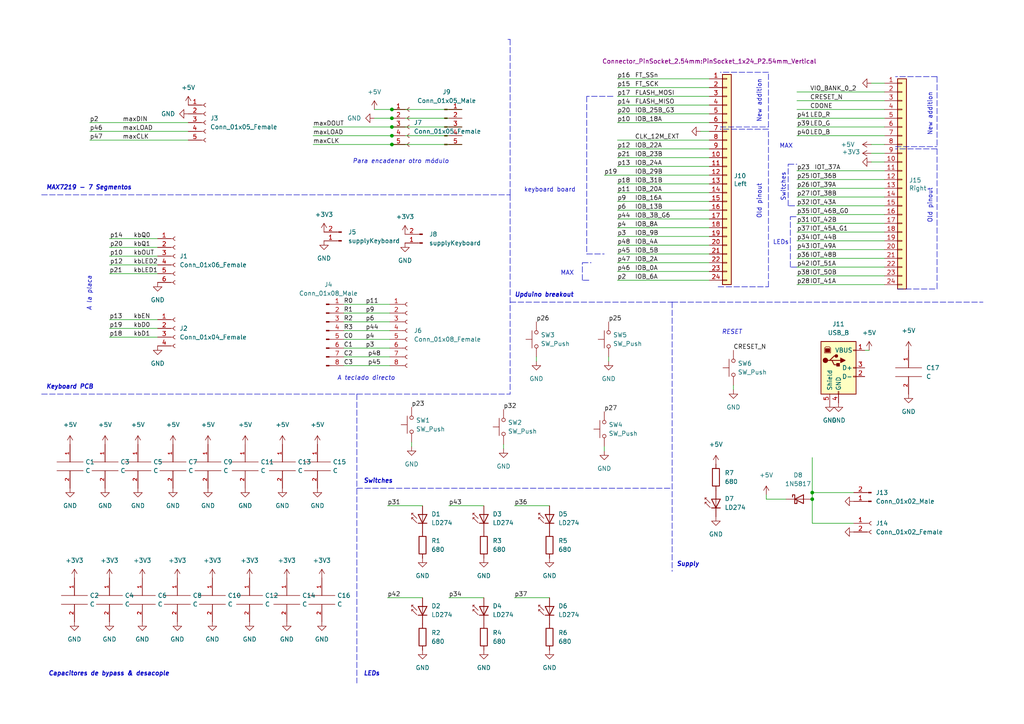
<source format=kicad_sch>
(kicad_sch (version 20211123) (generator eeschema)
  (paper "A4")
  (lib_symbols
    (symbol "Connector:Conn_01x02_Female" (pin_names (offset 1.016) hide)
      (property "Reference" "J" (at 0 2.54 0))
      (property "Value" "Conn_01x02_Female" (at 0 -5.08 0))
      (symbol "Conn_01x02_Female_1_1"
        (pin passive line (at -5.08 0 0) (length 3.81) (name "Pin_1") (number "1"))
        (pin passive line (at -5.08 -2.54 0) (length 3.81) (name "Pin_2") (number "2"))
      )
    )
    (symbol "Connector:Conn_01x02_Male" (pin_names (offset 1.016) hide)
      (property "Reference" "J" (at 0 2.54 0))
      (property "Value" "Conn_01x02_Male" (at 0 -5.08 0))
      (symbol "Conn_01x02_Male_1_1"
        (pin passive line (at 5.08 0 180) (length 3.81) (name "Pin_1") (number "1"))
        (pin passive line (at 5.08 -2.54 180) (length 3.81) (name "Pin_2") (number "2"))
      )
    )
    (symbol "Connector:Conn_01x04_Female" (pin_names (offset 1.016) hide)
      (property "Reference" "J" (at 0 5.08 0))
      (property "Value" "Conn_01x04_Female" (at 0 -7.62 0))
      (symbol "Conn_01x04_Female_1_1"
        (pin passive line (at -5.08 2.54 0) (length 3.81) (name "Pin_1") (number "1"))
        (pin passive line (at -5.08 0 0) (length 3.81) (name "Pin_2") (number "2"))
        (pin passive line (at -5.08 -2.54 0) (length 3.81) (name "Pin_3") (number "3"))
        (pin passive line (at -5.08 -5.08 0) (length 3.81) (name "Pin_4") (number "4"))
      )
    )
    (symbol "Connector:Conn_01x05_Female" (pin_names (offset 1.016) hide)
      (property "Reference" "J" (at 0 7.62 0))
      (property "Value" "Conn_01x05_Female" (at 0 -7.62 0))
      (symbol "Conn_01x05_Female_1_1"
        (pin passive line (at -5.08 5.08 0) (length 3.81) (name "Pin_1") (number "1"))
        (pin passive line (at -5.08 2.54 0) (length 3.81) (name "Pin_2") (number "2"))
        (pin passive line (at -5.08 0 0) (length 3.81) (name "Pin_3") (number "3"))
        (pin passive line (at -5.08 -2.54 0) (length 3.81) (name "Pin_4") (number "4"))
        (pin passive line (at -5.08 -5.08 0) (length 3.81) (name "Pin_5") (number "5"))
      )
    )
    (symbol "Connector:Conn_01x05_Male" (pin_names (offset 1.016) hide)
      (property "Reference" "J" (at 0 7.62 0))
      (property "Value" "Conn_01x05_Male" (at 0 -7.62 0))
      (symbol "Conn_01x05_Male_1_1"
        (pin passive line (at 5.08 5.08 180) (length 3.81) (name "Pin_1") (number "1"))
        (pin passive line (at 5.08 2.54 180) (length 3.81) (name "Pin_2") (number "2"))
        (pin passive line (at 5.08 0 180) (length 3.81) (name "Pin_3") (number "3"))
        (pin passive line (at 5.08 -2.54 180) (length 3.81) (name "Pin_4") (number "4"))
        (pin passive line (at 5.08 -5.08 180) (length 3.81) (name "Pin_5") (number "5"))
      )
    )
    (symbol "Connector:Conn_01x06_Female" (pin_names (offset 1.016) hide)
      (property "Reference" "J" (at 0 7.62 0))
      (property "Value" "Conn_01x06_Female" (at 0 -10.16 0))
      (symbol "Conn_01x06_Female_1_1"
        (pin passive line (at -5.08 5.08 0) (length 3.81) (name "Pin_1") (number "1"))
        (pin passive line (at -5.08 2.54 0) (length 3.81) (name "Pin_2") (number "2"))
        (pin passive line (at -5.08 0 0) (length 3.81) (name "Pin_3") (number "3"))
        (pin passive line (at -5.08 -2.54 0) (length 3.81) (name "Pin_4") (number "4"))
        (pin passive line (at -5.08 -5.08 0) (length 3.81) (name "Pin_5") (number "5"))
        (pin passive line (at -5.08 -7.62 0) (length 3.81) (name "Pin_6") (number "6"))
      )
    )
    (symbol "Connector:Conn_01x08_Female" (pin_names (offset 1.016) hide)
      (property "Reference" "J" (at 0 10.16 0))
      (property "Value" "Conn_01x08_Female" (at 0 -12.7 0))
      (symbol "Conn_01x08_Female_1_1"
        (pin passive line (at -5.08 7.62 0) (length 3.81) (name "Pin_1") (number "1"))
        (pin passive line (at -5.08 5.08 0) (length 3.81) (name "Pin_2") (number "2"))
        (pin passive line (at -5.08 2.54 0) (length 3.81) (name "Pin_3") (number "3"))
        (pin passive line (at -5.08 0 0) (length 3.81) (name "Pin_4") (number "4"))
        (pin passive line (at -5.08 -2.54 0) (length 3.81) (name "Pin_5") (number "5"))
        (pin passive line (at -5.08 -5.08 0) (length 3.81) (name "Pin_6") (number "6"))
        (pin passive line (at -5.08 -7.62 0) (length 3.81) (name "Pin_7") (number "7"))
        (pin passive line (at -5.08 -10.16 0) (length 3.81) (name "Pin_8") (number "8"))
      )
    )
    (symbol "Connector:Conn_01x08_Male" (pin_names (offset 1.016) hide)
      (property "Reference" "J" (at 0 10.16 0))
      (property "Value" "Conn_01x08_Male" (at 0 -12.7 0))
      (symbol "Conn_01x08_Male_1_1"
        (pin passive line (at 5.08 7.62 180) (length 3.81) (name "Pin_1") (number "1"))
        (pin passive line (at 5.08 5.08 180) (length 3.81) (name "Pin_2") (number "2"))
        (pin passive line (at 5.08 2.54 180) (length 3.81) (name "Pin_3") (number "3"))
        (pin passive line (at 5.08 0 180) (length 3.81) (name "Pin_4") (number "4"))
        (pin passive line (at 5.08 -2.54 180) (length 3.81) (name "Pin_5") (number "5"))
        (pin passive line (at 5.08 -5.08 180) (length 3.81) (name "Pin_6") (number "6"))
        (pin passive line (at 5.08 -7.62 180) (length 3.81) (name "Pin_7") (number "7"))
        (pin passive line (at 5.08 -10.16 180) (length 3.81) (name "Pin_8") (number "8"))
      )
    )
    (symbol "Connector:USB_B" (pin_names (offset 1.016))
      (property "Reference" "J" (at -5.08 11.43 0))
      (property "Value" "USB_B" (at -5.08 8.89 0))
      (symbol "USB_B_1_1"
        (pin power_out line (at 7.62 5.08 180) (length 2.54) (name "VBUS") (number "1"))
        (pin bidirectional line (at 7.62 -2.54 180) (length 2.54) (name "D-") (number "2"))
        (pin bidirectional line (at 7.62 0 180) (length 2.54) (name "D+") (number "3"))
        (pin power_out line (at 0 -10.16 90) (length 2.54) (name "GND") (number "4"))
        (pin passive line (at -2.54 -10.16 90) (length 2.54) (name "Shield") (number "5"))
      )
    )
    (symbol "Device:R" (pin_numbers hide) (pin_names (offset 0))
      (property "Reference" "R" (at 2.032 0 90))
      (property "Value" "R" (at 0 0 90))
      (symbol "R_1_1"
        (pin passive line (at 0 3.81 270) (length 1.27) (name "~") (number "1"))
        (pin passive line (at 0 -3.81 90) (length 1.27) (name "~") (number "2"))
      )
    )
    (symbol "Diode:1N5817" (pin_numbers hide) (pin_names (offset 1.016) hide)
      (property "Reference" "D" (at 0 2.54 0))
      (property "Value" "1N5817" (at 0 -2.54 0))
      (symbol "1N5817_1_1"
        (pin passive line (at -3.81 0 0) (length 2.54) (name "K") (number "1"))
        (pin passive line (at 3.81 0 180) (length 2.54) (name "A") (number "2"))
      )
    )
    (symbol "LED:LD274" (pin_numbers hide) (pin_names (offset 1.016) hide)
      (property "Reference" "D" (at 0.508 1.778 0))
      (property "Value" "LD274" (at -1.016 -2.794 0))
      (symbol "LD274_1_1"
        (pin passive line (at -5.08 0 0) (length 2.54) (name "K") (number "1"))
        (pin passive line (at 2.54 0 180) (length 2.54) (name "A") (number "2"))
      )
    )
    (symbol "Switch:SW_Push" (pin_numbers hide) (pin_names (offset 1.016) hide)
      (property "Reference" "SW" (at 1.27 2.54 0))
      (property "Value" "SW_Push" (at 0 -1.524 0))
      (symbol "SW_Push_0_1"
        (pin passive line (at -5.08 0 0) (length 2.54) (name "1") (number "1"))
        (pin passive line (at 5.08 0 180) (length 2.54) (name "2") (number "2"))
      )
    )
    (symbol "UPduino_v3.0:Connector_Generic_Conn_01x24" (pin_names (offset 1.016) hide)
      (property "Reference" "J" (at 0 30.48 0))
      (property "Value" "Connector_Generic_Conn_01x24" (at 0 -33.02 0))
      (symbol "Connector_Generic_Conn_01x24_1_1"
        (pin passive line (at -5.08 27.94 0) (length 3.81) (name "Pin_1") (number "1"))
        (pin passive line (at -5.08 5.08 0) (length 3.81) (name "Pin_10") (number "10"))
        (pin passive line (at -5.08 2.54 0) (length 3.81) (name "Pin_11") (number "11"))
        (pin passive line (at -5.08 0 0) (length 3.81) (name "Pin_12") (number "12"))
        (pin passive line (at -5.08 -2.54 0) (length 3.81) (name "Pin_13") (number "13"))
        (pin passive line (at -5.08 -5.08 0) (length 3.81) (name "Pin_14") (number "14"))
        (pin passive line (at -5.08 -7.62 0) (length 3.81) (name "Pin_15") (number "15"))
        (pin passive line (at -5.08 -10.16 0) (length 3.81) (name "Pin_16") (number "16"))
        (pin passive line (at -5.08 -12.7 0) (length 3.81) (name "Pin_17") (number "17"))
        (pin passive line (at -5.08 -15.24 0) (length 3.81) (name "Pin_18") (number "18"))
        (pin passive line (at -5.08 -17.78 0) (length 3.81) (name "Pin_19") (number "19"))
        (pin passive line (at -5.08 25.4 0) (length 3.81) (name "Pin_2") (number "2"))
        (pin passive line (at -5.08 -20.32 0) (length 3.81) (name "Pin_20") (number "20"))
        (pin passive line (at -5.08 -22.86 0) (length 3.81) (name "Pin_21") (number "21"))
        (pin passive line (at -5.08 -25.4 0) (length 3.81) (name "Pin_22") (number "22"))
        (pin passive line (at -5.08 -27.94 0) (length 3.81) (name "Pin_23") (number "23"))
        (pin passive line (at -5.08 -30.48 0) (length 3.81) (name "Pin_24") (number "24"))
        (pin passive line (at -5.08 22.86 0) (length 3.81) (name "Pin_3") (number "3"))
        (pin passive line (at -5.08 20.32 0) (length 3.81) (name "Pin_4") (number "4"))
        (pin passive line (at -5.08 17.78 0) (length 3.81) (name "Pin_5") (number "5"))
        (pin passive line (at -5.08 15.24 0) (length 3.81) (name "Pin_6") (number "6"))
        (pin passive line (at -5.08 12.7 0) (length 3.81) (name "Pin_7") (number "7"))
        (pin passive line (at -5.08 10.16 0) (length 3.81) (name "Pin_8") (number "8"))
        (pin passive line (at -5.08 7.62 0) (length 3.81) (name "Pin_9") (number "9"))
      )
    )
    (symbol "UPduino_v3.0:power_+3.3V" (power) (pin_names (offset 0))
      (property "Value" "power_+3.3V" (at 0 3.556 0))
      (symbol "power_+3.3V_1_1"
        (pin power_in line (at 0 0 90) (length 0) hide (name "+3V3") (number "1"))
      )
    )
    (symbol "UPduino_v3.0:power_GND" (power) (pin_names (offset 0))
      (property "Value" "power_GND" (at 0 -3.81 0))
      (symbol "power_GND_1_1"
        (pin power_in line (at 0 0 270) (length 0) hide (name "GND") (number "1"))
      )
    )
    (symbol "power:+3V3" (power) (pin_names (offset 0))
      (property "Value" "+3V3" (at 0 3.556 0))
      (symbol "+3V3_1_1"
        (pin power_in line (at 0 0 90) (length 0) hide (name "+3V3") (number "1"))
      )
    )
    (symbol "power:+5V" (power) (pin_names (offset 0))
      (property "Value" "+5V" (at 0 3.556 0))
      (symbol "+5V_1_1"
        (pin power_in line (at 0 0 90) (length 0) hide (name "+5V") (number "1"))
      )
    )
    (symbol "power:GND" (power) (pin_names (offset 0))
      (property "Value" "GND" (at 0 -3.81 0))
      (symbol "GND_1_1"
        (pin power_in line (at 0 0 270) (length 0) hide (name "GND") (number "1"))
      )
    )
    (symbol "pspice:C" (pin_names (offset 0.254))
      (property "Reference" "C" (at 2.54 3.81 90))
      (property "Value" "C" (at 2.54 -3.81 90))
      (symbol "C_1_1"
        (pin passive line (at 0 6.35 270) (length 5.08) (name "~") (number "1"))
        (pin passive line (at 0 -6.35 90) (length 5.08) (name "~") (number "2"))
      )
    )
  )
  (junction (at 113.665 31.75))
  (junction (at 113.665 39.37))
  (junction (at 235.585 142.875))
  (junction (at 113.665 41.91))
  (junction (at 113.665 36.83))
  (junction (at 235.585 144.78))
  (junction (at 113.665 34.29))
  (wire (pts (xy 179.07 22.86) (xy 205.74 22.86)))
  (wire (pts (xy 99.695 106.045) (xy 113.03 106.045)))
  (wire (pts (xy 179.07 27.94) (xy 205.74 27.94)))
  (wire (pts (xy 31.75 95.25) (xy 45.72 95.25)))
  (wire (pts (xy 31.75 71.755) (xy 45.72 71.755)))
  (wire (pts (xy 99.695 90.805) (xy 113.03 90.805)))
  (wire (pts (xy 99.695 95.885) (xy 113.03 95.885)))
  (polyline (pts (xy 271.78 43.18) (xy 259.715 43.18)))
  (wire (pts (xy 231.14 26.67) (xy 256.54 26.67)))
  (wire (pts (xy 231.14 67.31) (xy 256.54 67.31)))
  (wire (pts (xy 235.585 151.765) (xy 235.585 144.78)))
  (polyline (pts (xy 222.885 36.83) (xy 222.885 20.955)))
  (wire (pts (xy 231.14 74.93) (xy 256.54 74.93)))
  (wire (pts (xy 31.75 97.79) (xy 45.72 97.79)))
  (wire (pts (xy 179.07 73.66) (xy 205.74 73.66)))
  (wire (pts (xy 231.14 31.75) (xy 256.54 31.75)))
  (wire (pts (xy 179.07 25.4) (xy 205.74 25.4)))
  (polyline (pts (xy 103.505 141.605) (xy 194.945 141.605)))
  (wire (pts (xy 231.14 62.23) (xy 256.54 62.23)))
  (wire (pts (xy 231.14 59.69) (xy 256.54 59.69)))
  (wire (pts (xy 113.665 31.75) (xy 133.985 31.75)))
  (wire (pts (xy 130.175 146.685) (xy 140.335 146.685)))
  (polyline (pts (xy 170.815 81.28) (xy 168.91 81.28)))
  (wire (pts (xy 155.575 103.505) (xy 155.575 104.775)))
  (wire (pts (xy 179.07 58.42) (xy 205.74 58.42)))
  (wire (pts (xy 231.14 54.61) (xy 256.54 54.61)))
  (polyline (pts (xy 168.91 81.28) (xy 168.91 76.2)))
  (wire (pts (xy 179.07 55.88) (xy 205.74 55.88)))
  (polyline (pts (xy 194.945 87.63) (xy 194.945 87.63)))
  (wire (pts (xy 113.665 36.83) (xy 133.985 36.83)))
  (wire (pts (xy 231.14 77.47) (xy 256.54 77.47)))
  (polyline (pts (xy 222.885 37.465) (xy 208.915 37.465)))
  (wire (pts (xy 26.035 35.56) (xy 54.61 35.56)))
  (polyline (pts (xy 147.955 56.515) (xy 147.955 114.3)))
  (polyline (pts (xy 147.32 11.43) (xy 147.955 11.43)))
  (wire (pts (xy 99.695 98.425) (xy 113.03 98.425)))
  (wire (pts (xy 146.05 128.905) (xy 146.05 130.175)))
  (wire (pts (xy 231.14 39.37) (xy 256.54 39.37)))
  (polyline (pts (xy 208.915 36.83) (xy 222.885 36.83)))
  (polyline (pts (xy 103.505 114.3) (xy 103.505 198.12)))
  (wire (pts (xy 113.665 34.29) (xy 133.985 34.29)))
  (wire (pts (xy 26.035 38.1) (xy 54.61 38.1)))
  (wire (pts (xy 179.07 45.72) (xy 205.74 45.72)))
  (polyline (pts (xy 231.14 77.47) (xy 229.235 77.47)))
  (wire (pts (xy 90.805 39.37) (xy 113.665 39.37)))
  (wire (pts (xy 108.585 34.29) (xy 113.665 34.29)))
  (wire (pts (xy 179.07 43.18) (xy 205.74 43.18)))
  (polyline (pts (xy 228.6 59.69) (xy 228.6 47.625)))
  (wire (pts (xy 113.665 39.37) (xy 133.985 39.37)))
  (wire (pts (xy 252.73 24.13) (xy 256.54 24.13)))
  (wire (pts (xy 99.695 100.965) (xy 113.03 100.965)))
  (wire (pts (xy 176.53 103.505) (xy 176.53 104.775)))
  (wire (pts (xy 31.75 79.375) (xy 45.72 79.375)))
  (wire (pts (xy 179.07 33.02) (xy 205.74 33.02)))
  (polyline (pts (xy 194.945 87.63) (xy 285.115 87.63)))
  (wire (pts (xy 231.14 29.21) (xy 256.54 29.21)))
  (polyline (pts (xy 229.235 62.865) (xy 231.14 62.865)))
  (wire (pts (xy 231.14 57.15) (xy 256.54 57.15)))
  (wire (pts (xy 130.175 173.355) (xy 140.335 173.355)))
  (wire (pts (xy 179.07 30.48) (xy 205.74 30.48)))
  (wire (pts (xy 99.695 93.345) (xy 113.03 93.345)))
  (wire (pts (xy 179.07 40.64) (xy 205.74 40.64)))
  (polyline (pts (xy 260.35 83.82) (xy 271.78 83.82)))
  (wire (pts (xy 179.07 60.96) (xy 205.74 60.96)))
  (polyline (pts (xy 12.065 56.515) (xy 147.955 56.515)))
  (polyline (pts (xy 222.885 83.185) (xy 222.885 37.465)))
  (wire (pts (xy 179.07 48.26) (xy 205.74 48.26)))
  (wire (pts (xy 179.07 68.58) (xy 205.74 68.58)))
  (wire (pts (xy 26.035 40.64) (xy 54.61 40.64)))
  (wire (pts (xy 231.14 72.39) (xy 256.54 72.39)))
  (polyline (pts (xy 228.6 47.625) (xy 231.14 47.625)))
  (polyline (pts (xy 194.945 87.63) (xy 194.945 165.735)))
  (wire (pts (xy 31.75 74.295) (xy 45.72 74.295)))
  (wire (pts (xy 247.65 151.765) (xy 235.585 151.765)))
  (wire (pts (xy 90.805 41.91) (xy 113.665 41.91)))
  (wire (pts (xy 231.14 36.83) (xy 256.54 36.83)))
  (wire (pts (xy 179.07 71.12) (xy 205.74 71.12)))
  (wire (pts (xy 31.75 69.215) (xy 45.72 69.215)))
  (wire (pts (xy 222.25 143.51) (xy 222.25 144.78)))
  (wire (pts (xy 113.665 41.91) (xy 133.985 41.91)))
  (wire (pts (xy 222.25 144.78) (xy 227.965 144.78)))
  (wire (pts (xy 179.07 66.04) (xy 205.74 66.04)))
  (polyline (pts (xy 230.505 59.69) (xy 228.6 59.69)))
  (polyline (pts (xy 222.885 20.955) (xy 208.915 20.955)))
  (wire (pts (xy 179.07 78.74) (xy 205.74 78.74)))
  (polyline (pts (xy 147.955 87.63) (xy 194.945 87.63)))
  (wire (pts (xy 149.225 146.685) (xy 159.385 146.685)))
  (wire (pts (xy 252.73 44.45) (xy 256.54 44.45)))
  (wire (pts (xy 256.54 41.91) (xy 252.73 41.91)))
  (polyline (pts (xy 259.715 42.545) (xy 271.78 42.545)))
  (wire (pts (xy 99.695 88.265) (xy 113.03 88.265)))
  (wire (pts (xy 149.225 173.355) (xy 159.385 173.355)))
  (polyline (pts (xy 12.065 114.3) (xy 147.955 114.3)))
  (wire (pts (xy 212.725 111.76) (xy 212.725 113.03)))
  (wire (pts (xy 175.26 50.8) (xy 205.74 50.8)))
  (wire (pts (xy 231.14 34.29) (xy 256.54 34.29)))
  (wire (pts (xy 231.14 64.77) (xy 256.54 64.77)))
  (wire (pts (xy 231.14 82.55) (xy 256.54 82.55)))
  (polyline (pts (xy 271.78 22.225) (xy 271.78 42.545)))
  (wire (pts (xy 231.14 80.01) (xy 256.54 80.01)))
  (polyline (pts (xy 170.18 73.66) (xy 175.26 73.66)))
  (wire (pts (xy 175.26 129.54) (xy 175.26 130.81)))
  (polyline (pts (xy 271.78 22.225) (xy 259.715 22.225)))
  (polyline (pts (xy 147.955 56.515) (xy 147.955 11.43)))
  (wire (pts (xy 179.07 81.28) (xy 205.74 81.28)))
  (wire (pts (xy 231.14 69.85) (xy 256.54 69.85)))
  (wire (pts (xy 179.07 35.56) (xy 205.74 35.56)))
  (wire (pts (xy 31.75 76.835) (xy 45.72 76.835)))
  (polyline (pts (xy 271.78 43.18) (xy 271.78 83.82)))
  (wire (pts (xy 99.695 103.505) (xy 113.03 103.505)))
  (wire (pts (xy 179.07 63.5) (xy 205.74 63.5)))
  (wire (pts (xy 112.395 173.355) (xy 122.555 173.355)))
  (wire (pts (xy 205.74 38.1) (xy 203.2 38.1)))
  (wire (pts (xy 231.14 49.53) (xy 256.54 49.53)))
  (polyline (pts (xy 177.8 27.94) (xy 170.18 27.94)))
  (wire (pts (xy 252.095 101.6) (xy 250.825 101.6)))
  (wire (pts (xy 256.54 46.99) (xy 252.73 46.99)))
  (polyline (pts (xy 208.28 83.185) (xy 222.885 83.185)))
  (wire (pts (xy 235.585 142.875) (xy 235.585 144.78)))
  (wire (pts (xy 231.14 52.07) (xy 256.54 52.07)))
  (wire (pts (xy 235.585 132.715) (xy 235.585 142.875)))
  (wire (pts (xy 112.395 146.685) (xy 122.555 146.685)))
  (wire (pts (xy 179.07 76.2) (xy 205.74 76.2)))
  (wire (pts (xy 90.805 36.83) (xy 113.665 36.83)))
  (wire (pts (xy 31.75 92.71) (xy 45.72 92.71)))
  (wire (pts (xy 179.07 53.34) (xy 205.74 53.34)))
  (polyline (pts (xy 170.18 27.94) (xy 170.18 73.66)))
  (wire (pts (xy 119.38 128.27) (xy 119.38 129.54)))
  (polyline (pts (xy 229.235 77.47) (xy 229.235 62.865)))
  (wire (pts (xy 247.65 142.875) (xy 235.585 142.875)))
  (wire (pts (xy 108.585 31.75) (xy 113.665 31.75)))
  (polyline (pts (xy 168.91 76.2) (xy 171.45 76.2)))
  (text "A teclado directo" (at 97.79 110.49 0) (effects (font (size 1.27 1.27) italic) (justify left bottom)))
  (text "MAX" (at 226.06 43.18 0) (effects (font (size 1.27 1.27)) (justify left bottom)))
  (text "A la placa" (at 26.67 80.01 270) (effects (font (size 1.27 1.27) italic) (justify right bottom)))
  (text "LEDs" (at 105.41 196.215 0) (effects (font (size 1.27 1.27) (thickness 0.254) bold italic) (justify left bottom)))
  (text "MAX" (at 162.56 80.01 0) (effects (font (size 1.27 1.27)) (justify left bottom)))
  (text "Old pinout" (at 270.51 64.77 90) (effects (font (size 1.27 1.27)) (justify left bottom)))
  (text "Capacitores de bypass & desacople" (at 13.97 196.215 0) (effects (font (size 1.27 1.27) (thickness 0.254) bold italic) (justify left bottom)))
  (text "LEDs\n" (at 224.155 71.12 0) (effects (font (size 1.27 1.27)) (justify left bottom)))
  (text "Para encadenar otro módulo" (at 102.235 47.625 0) (effects (font (size 1.27 1.27) italic) (justify left bottom)))
  (text "Upduino breakout" (at 149.225 86.36 0) (effects (font (size 1.27 1.27) (thickness 0.254) bold italic) (justify left bottom)))
  (text "Supply" (at 196.215 164.465 0) (effects (font (size 1.27 1.27) (thickness 0.254) bold italic) (justify left bottom)))
  (text "MAX7219 - 7 Segmentos" (at 13.335 55.245 0) (effects (font (size 1.27 1.27) (thickness 0.254) bold italic) (justify left bottom)))
  (text "New addition" (at 270.51 39.37 90) (effects (font (size 1.27 1.27)) (justify left bottom)))
  (text "Switches" (at 105.41 140.335 0) (effects (font (size 1.27 1.27) (thickness 0.254) bold italic) (justify left bottom)))
  (text "keyboard board" (at 167.005 55.88 180) (effects (font (size 1.27 1.27)) (justify right bottom)))
  (text "RESET" (at 215.265 97.155 180) (effects (font (size 1.27 1.27) italic) (justify right bottom)))
  (text "Old pinout" (at 220.98 63.5 90) (effects (font (size 1.27 1.27)) (justify left bottom)))
  (text "New addition" (at 220.98 35.56 90) (effects (font (size 1.27 1.27)) (justify left bottom)))
  (text "Keyboard PCB" (at 13.335 113.03 0) (effects (font (size 1.27 1.27) (thickness 0.254) bold italic) (justify left bottom)))
  (text "Switches" (at 227.965 58.42 90) (effects (font (size 1.27 1.27)) (justify left bottom)))
  (label "p18" (at 31.75 97.79 0))
  (label "FLASH_MISO" (at 184.15 30.48 0))
  (label "kbQ1" (at 38.735 71.755 0))
  (label "p25" (at 176.53 93.345 0))
  (label "p14" (at 31.8813 69.215 0))
  (label "IOT_38B" (at 234.95 57.15 0))
  (label "IOT_36B" (at 234.95 52.07 0))
  (label "p19" (at 175.26 50.8 0))
  (label "p9" (at 179.07 58.42 0))
  (label "R1" (at 99.695 90.805 0))
  (label "IOB_5B" (at 184.15 73.66 0))
  (label "p34" (at 231.14 69.85 0))
  (label "CLK_12M_EXT" (at 184.15 40.64 0))
  (label "IOB_24A" (at 184.15 48.26 0))
  (label "p27" (at 175.26 119.38 0))
  (label "IOT_46B_G0" (at 234.95 62.23 0))
  (label "CRESET_N" (at 234.95 29.21 0))
  (label "IOT_41A" (at 234.95 82.55 0))
  (label "p46" (at 179.07 78.74 0))
  (label "p48" (at 179.07 71.12 0))
  (label "p11" (at 179.07 55.88 0))
  (label "kbLED2" (at 38.735 76.835 0))
  (label "C3" (at 99.695 106.045 0))
  (label "IOB_29B" (at 184.15 50.8 0))
  (label "FT_SSn" (at 184.15 22.86 0))
  (label "p17" (at 179.07 27.94 0))
  (label "p41" (at 231.14 34.29 0))
  (label "IOT_44B" (at 234.95 69.85 0))
  (label "p27" (at 231.14 57.15 0))
  (label "IOB_25B_G3" (at 184.15 33.02 0))
  (label "IOT_39A" (at 234.95 54.61 0))
  (label "p13" (at 179.07 48.26 0))
  (label "LED_R" (at 234.95 34.29 0))
  (label "IOB_6A" (at 184.15 81.28 0))
  (label "p26" (at 155.575 93.345 0))
  (label "p9" (at 106.045 90.805 0))
  (label "p42" (at 231.14 77.47 0))
  (label "p2" (at 26.035 35.56 0))
  (label "IOB_13B" (at 184.15 60.96 0))
  (label "p23" (at 119.38 118.11 0))
  (label "p46" (at 26.035 38.1 0))
  (label "IOB_8A" (at 184.15 66.04 0))
  (label "p31" (at 112.395 146.685 0))
  (label "p35" (at 231.14 62.23 0))
  (label "p10" (at 31.8813 74.295 0))
  (label "FT_SCK" (at 184.15 25.4 0))
  (label "kbOUT" (at 38.735 74.295 0))
  (label "p44" (at 179.07 63.5 0))
  (label "maxDOUT" (at 90.805 36.83 0))
  (label "IOT_37A" (at 236.22 49.53 0))
  (label "p26" (at 231.14 54.61 0))
  (label "R3" (at 99.695 95.885 0))
  (label "IOT_48B" (at 234.95 74.93 0))
  (label "p40" (at 231.14 39.37 0))
  (label "CDONE" (at 234.95 31.75 0))
  (label "p32" (at 146.05 118.745 0))
  (label "p25" (at 231.14 52.07 0))
  (label "p14" (at 179.07 30.48 0))
  (label "p4" (at 106.045 98.425 0))
  (label "IOT_49A" (at 234.95 72.39 0))
  (label "p6" (at 179.07 60.96 0))
  (label "IOB_4A" (at 184.15 71.12 0))
  (label "maxDIN" (at 35.56 35.56 0))
  (label "CRESET_N" (at 212.725 101.6 0))
  (label "p16" (at 179.07 22.86 0))
  (label "p15" (at 179.07 25.4 0))
  (label "IOB_22A" (at 184.15 43.18 0))
  (label "p42" (at 112.395 173.355 0))
  (label "p45" (at 179.07 73.66 0))
  (label "p36" (at 149.225 146.685 0))
  (label "p39" (at 231.14 36.83 0))
  (label "p2" (at 179.07 81.28 0))
  (label "p23" (at 231.14 49.53 0))
  (label "p20" (at 179.07 33.02 0))
  (label "kbQ0" (at 38.735 69.215 0))
  (label "p19" (at 31.75 95.25 0))
  (label "kbD1" (at 38.735 97.79 0))
  (label "p48" (at 106.68 103.505 0))
  (label "IOB_2A" (at 184.15 76.2 0))
  (label "IOB_31B" (at 184.15 53.34 0))
  (label "maxCLK" (at 35.56 40.64 0))
  (label "p12" (at 179.07 43.18 0))
  (label "p10" (at 179.07 35.56 0))
  (label "R0" (at 99.695 88.265 0))
  (label "p44" (at 106.045 95.885 0))
  (label "p45" (at 106.68 106.045 0))
  (label "IOB_9B" (at 184.15 68.58 0))
  (label "maxLOAD" (at 35.56 38.1 0))
  (label "IOT_43A" (at 234.95 59.69 0))
  (label "p21" (at 31.75 79.375 0))
  (label "maxLOAD" (at 90.805 39.37 0))
  (label "p43" (at 130.175 146.685 0))
  (label "p37" (at 231.14 67.31 0))
  (label "kbEN" (at 38.735 92.71 0))
  (label "IOB_18A" (at 184.15 35.56 0))
  (label "LED_B" (at 234.95 39.37 0))
  (label "p34" (at 130.175 173.355 0))
  (label "C1" (at 99.695 100.965 0))
  (label "p3" (at 179.07 68.58 0))
  (label "p31" (at 231.14 64.77 0))
  (label "p37" (at 149.225 173.355 0))
  (label "kbD0" (at 38.735 95.25 0))
  (label "maxCLK" (at 90.805 41.91 0))
  (label "p28" (at 231.14 82.55 0))
  (label "IOT_50B" (at 234.95 80.01 0))
  (label "kbLED1" (at 38.735 79.375 0))
  (label "p47" (at 26.035 40.64 0))
  (label "FLASH_MOSI" (at 184.15 27.94 0))
  (label "p3" (at 106.045 100.965 0))
  (label "p20" (at 31.8813 71.755 0))
  (label "p4" (at 179.07 66.04 0))
  (label "IOT_42B" (at 234.95 64.77 0))
  (label "p47" (at 179.07 76.2 0))
  (label "p38" (at 231.14 80.01 0))
  (label "p36" (at 231.14 74.93 0))
  (label "IOT_51A" (at 234.95 77.47 0))
  (label "p11" (at 106.045 88.265 0))
  (label "IOB_20A" (at 184.15 55.88 0))
  (label "LED_G" (at 234.95 36.83 0))
  (label "C0" (at 99.695 98.425 0))
  (label "VIO_BANK_0_2" (at 234.95 26.67 0))
  (label "p6" (at 106.045 93.345 0))
  (label "IOB_3B_G6" (at 184.15 63.5 0))
  (label "p32" (at 231.14 59.69 0))
  (label "C2" (at 99.695 103.505 0))
  (label "R2" (at 99.695 93.345 0))
  (label "IOB_23B" (at 184.15 45.72 0))
  (label "p21" (at 179.07 45.72 0))
  (label "p13" (at 31.75 92.71 0))
  (label "p18" (at 179.07 53.34 0))
  (label "IOB_16A" (at 184.15 58.42 0))
  (label "p43" (at 231.14 72.39 0))
  (label "IOB_0A" (at 184.15 78.74 0))
  (label "IOT_45A_G1" (at 234.95 67.31 0))
  (label "p12" (at 31.8813 76.835 0))
  (symbol (lib_id "power:+3V3") (at 41.275 167.64 0) (unit 1)
    (property "Reference" "#PWR011" (effects hide))
    (property "Value" "+3V3" (at 41.275 162.56 0))
  )
  (symbol (lib_id "UPduino_v3.0:power_GND") (at 252.73 46.99 270) (unit 1)
    (property "Reference" "#PWR068" (effects hide))
    (property "Value" "GND" (effects hide))
  )
  (symbol (lib_id "power:GND") (at 30.48 141.605 0) (unit 1)
    (property "Reference" "#PWR06" (effects hide))
    (property "Value" "GND" (at 30.48 146.685 0))
  )
  (symbol (lib_id "power:GND") (at 60.325 141.605 0) (unit 1)
    (property "Reference" "#PWR022" (effects hide))
    (property "Value" "GND" (at 60.325 146.685 0))
  )
  (symbol (lib_id "power:GND") (at 122.555 161.925 0) (unit 1)
    (property "Reference" "#PWR044" (effects hide))
    (property "Value" "GND" (at 122.555 167.005 0))
  )
  (symbol (lib_id "power:GND") (at 50.165 141.605 0) (unit 1)
    (property "Reference" "#PWR016" (effects hide))
    (property "Value" "GND" (at 50.165 146.685 0))
  )
  (symbol (lib_id "LED:LD274") (at 122.555 149.225 90) (unit 1)
    (property "Reference" "D1" (at 125.095 149.0979 90) (effects (justify right)))
    (property "Value" "LD274" (at 125.095 151.6379 90) (effects (justify right)))
    (property "Footprint" "LED_THT:LED_D5.0mm_IRGrey" (effects hide))
    (property "Datasheet" "http://pdf.datasheetcatalog.com/datasheet/siemens/LD274.pdf" (effects hide))
  )
  (symbol (lib_id "power:GND") (at 40.005 141.605 0) (unit 1)
    (property "Reference" "#PWR010" (effects hide))
    (property "Value" "GND" (at 40.005 146.685 0))
  )
  (symbol (lib_id "Device:R") (at 159.385 158.115 180) (unit 1)
    (property "Reference" "R5" (at 161.925 156.8449 0) (effects (justify right)))
    (property "Value" "680" (at 161.925 159.3849 0) (effects (justify right)))
    (property "Footprint" "Resistor_SMD:R_0805_2012Metric" (effects hide))
  )
  (symbol (lib_id "pspice:C") (at 30.48 135.255 0) (unit 1)
    (property "Reference" "C3" (at 34.925 133.9849 0) (effects (justify left)))
    (property "Value" "C" (at 34.925 136.5249 0) (effects (justify left)))
    (property "Footprint" "Capacitor_SMD:C_0805_2012Metric" (effects hide))
  )
  (symbol (lib_id "UPduino_v3.0:Connector_Generic_Conn_01x24") (at 210.82 50.8 0) (unit 1)
    (property "Reference" "J10" (at 212.8266 51.0032 0) (effects (justify left)))
    (property "Value" "Left" (at 212.8266 53.3146 0) (effects (justify left)))
    (property "Footprint" "Connector_PinSocket_2.54mm:PinSocket_1x24_P2.54mm_Vertical" (at 205.74 17.78 0))
  )
  (symbol (lib_id "Device:R") (at 159.385 184.785 180) (unit 1)
    (property "Reference" "R6" (at 161.925 183.5149 0) (effects (justify right)))
    (property "Value" "680" (at 161.925 186.0549 0) (effects (justify right)))
    (property "Footprint" "Resistor_SMD:R_0805_2012Metric" (effects hide))
  )
  (symbol (lib_id "pspice:C") (at 40.005 135.255 0) (unit 1)
    (property "Reference" "C5" (at 44.45 133.9849 0) (effects (justify left)))
    (property "Value" "C" (at 44.45 136.5249 0) (effects (justify left)))
    (property "Footprint" "Capacitor_SMD:C_0805_2012Metric" (effects hide))
  )
  (symbol (lib_id "pspice:C") (at 41.275 173.99 0) (unit 1)
    (property "Reference" "C6" (at 45.72 172.7199 0) (effects (justify left)))
    (property "Value" "C" (at 45.72 175.2599 0) (effects (justify left)))
    (property "Footprint" "Capacitor_SMD:C_0805_2012Metric" (effects hide))
  )
  (symbol (lib_id "power:GND") (at 61.595 180.34 0) (unit 1)
    (property "Reference" "#PWR024" (effects hide))
    (property "Value" "GND" (at 61.595 185.42 0))
  )
  (symbol (lib_id "power:GND") (at 45.72 100.33 0) (unit 1)
    (property "Reference" "#PWR014" (effects hide))
    (property "Value" "GND" (at 45.72 105.41 0))
  )
  (symbol (lib_id "power:+3V3") (at 51.435 167.64 0) (unit 1)
    (property "Reference" "#PWR017" (effects hide))
    (property "Value" "+3V3" (at 51.435 162.56 0))
  )
  (symbol (lib_id "power:+5V") (at 108.585 31.75 0) (unit 1)
    (property "Reference" "#PWR039" (effects hide))
    (property "Value" "+5V" (at 108.585 26.67 0))
  )
  (symbol (lib_id "power:GND") (at 122.555 188.595 0) (unit 1)
    (property "Reference" "#PWR045" (effects hide))
    (property "Value" "GND" (at 122.555 193.675 0))
  )
  (symbol (lib_id "power:GND") (at 175.26 130.81 0) (unit 1)
    (property "Reference" "#PWR052" (effects hide))
    (property "Value" "GND" (at 175.26 135.89 0))
  )
  (symbol (lib_id "Connector:Conn_01x02_Male") (at 122.555 70.485 180) (unit 1)
    (property "Reference" "J8" (at 124.46 67.9449 0) (effects (justify right)))
    (property "Value" "supplyKeyboard" (at 124.46 70.4849 0) (effects (justify right)))
    (property "Footprint" "Connector_PinSocket_2.54mm:PinSocket_1x02_P2.54mm_Vertical" (effects hide))
  )
  (symbol (lib_id "power:GND") (at 176.53 104.775 0) (unit 1)
    (property "Reference" "#PWR053" (effects hide))
    (property "Value" "GND" (at 176.53 109.855 0))
  )
  (symbol (lib_id "power:GND") (at 140.335 161.925 0) (unit 1)
    (property "Reference" "#PWR046" (effects hide))
    (property "Value" "GND" (at 140.335 167.005 0))
  )
  (symbol (lib_id "pspice:C") (at 31.75 173.99 0) (unit 1)
    (property "Reference" "C4" (at 36.195 172.7199 0) (effects (justify left)))
    (property "Value" "C" (at 36.195 175.2599 0) (effects (justify left)))
    (property "Footprint" "Capacitor_SMD:C_0805_2012Metric" (effects hide))
  )
  (symbol (lib_id "power:GND") (at 155.575 104.775 0) (unit 1)
    (property "Reference" "#PWR049" (effects hide))
    (property "Value" "GND" (at 155.575 109.855 0))
  )
  (symbol (lib_id "power:GND") (at 117.475 70.485 0) (unit 1)
    (property "Reference" "#PWR042" (effects hide))
    (property "Value" "GND" (at 117.475 75.565 0))
  )
  (symbol (lib_id "power:GND") (at 71.12 141.605 0) (unit 1)
    (property "Reference" "#PWR026" (effects hide))
    (property "Value" "GND" (at 71.12 146.685 0))
  )
  (symbol (lib_id "Connector:USB_B") (at 243.205 106.68 0) (unit 1)
    (property "Reference" "J11" (at 243.205 93.98 0))
    (property "Value" "USB_B" (at 243.205 96.52 0))
    (property "Footprint" "Connector_USB:USB_B_OST_USB-B1HSxx_Horizontal" (effects hide))
    (property "Datasheet" " ~" (effects hide))
  )
  (symbol (lib_id "power:+5V") (at 20.32 128.905 0) (unit 1)
    (property "Reference" "#PWR01" (effects hide))
    (property "Value" "+5V" (at 20.32 123.19 0))
  )
  (symbol (lib_id "Connector:Conn_01x08_Male") (at 94.615 95.885 0) (unit 1)
    (property "Reference" "J4" (at 95.25 82.55 0))
    (property "Value" "Conn_01x08_Male" (at 95.25 85.09 0))
    (property "Footprint" "Connector_PinHeader_2.54mm:PinHeader_1x08_P2.54mm_Vertical" (effects hide))
  )
  (symbol (lib_id "LED:LD274") (at 140.335 149.225 90) (unit 1)
    (property "Reference" "D3" (at 142.875 149.0979 90) (effects (justify right)))
    (property "Value" "LD274" (at 142.875 151.6379 90) (effects (justify right)))
    (property "Footprint" "LED_THT:LED_D5.0mm_IRGrey" (effects hide))
    (property "Datasheet" "http://pdf.datasheetcatalog.com/datasheet/siemens/LD274.pdf" (effects hide))
  )
  (symbol (lib_id "Switch:SW_Push") (at 175.26 124.46 90) (unit 1)
    (property "Reference" "SW4" (at 176.53 123.1899 90) (effects (justify right)))
    (property "Value" "SW_Push" (at 176.53 125.7299 90) (effects (justify right)))
    (property "Footprint" "Button_Switch_THT:SW_PUSH_6mm" (effects hide))
  )
  (symbol (lib_id "pspice:C") (at 83.185 173.99 0) (unit 1)
    (property "Reference" "C14" (at 87.63 172.7199 0) (effects (justify left)))
    (property "Value" "C" (at 87.63 175.2599 0) (effects (justify left)))
    (property "Footprint" "Capacitor_SMD:C_0805_2012Metric" (effects hide))
  )
  (symbol (lib_id "power:+5V") (at 252.73 41.91 90) (unit 1)
    (property "Reference" "#PWR066" (effects hide))
    (property "Value" "+5V" (at 243.84 41.91 90) (effects (justify right)))
  )
  (symbol (lib_id "Device:R") (at 140.335 184.785 180) (unit 1)
    (property "Reference" "R4" (at 142.875 183.5149 0) (effects (justify right)))
    (property "Value" "680" (at 142.875 186.0549 0) (effects (justify right)))
    (property "Footprint" "Resistor_SMD:R_0805_2012Metric" (effects hide))
  )
  (symbol (lib_id "power:GND") (at 93.98 69.85 0) (unit 1)
    (property "Reference" "#PWR038" (effects hide))
    (property "Value" "GND" (at 93.98 74.93 0))
  )
  (symbol (lib_id "UPduino_v3.0:Connector_Generic_Conn_01x24") (at 261.62 52.07 0) (unit 1)
    (property "Reference" "J15" (at 263.652 52.2732 0) (effects (justify left)))
    (property "Value" "Right" (at 263.652 54.5846 0) (effects (justify left)))
    (property "Footprint" "Connector_PinSocket_2.54mm:PinSocket_1x24_P2.54mm_Vertical" (effects hide))
  )
  (symbol (lib_id "Connector:Conn_01x08_Female") (at 118.11 95.885 0) (unit 1)
    (property "Reference" "J6" (at 120.015 95.8849 0) (effects (justify left)))
    (property "Value" "Conn_01x08_Female" (at 120.015 98.4249 0) (effects (justify left)))
    (property "Footprint" "Connector_PinSocket_2.54mm:PinSocket_1x08_P2.54mm_Vertical" (effects hide))
  )
  (symbol (lib_id "power:GND") (at 21.59 180.34 0) (unit 1)
    (property "Reference" "#PWR04" (effects hide))
    (property "Value" "GND" (at 21.59 185.42 0))
  )
  (symbol (lib_id "Device:R") (at 122.555 184.785 180) (unit 1)
    (property "Reference" "R2" (at 125.095 183.5149 0) (effects (justify right)))
    (property "Value" "680" (at 125.095 186.0549 0) (effects (justify right)))
    (property "Footprint" "Resistor_SMD:R_0805_2012Metric" (effects hide))
  )
  (symbol (lib_id "power:+5V") (at 92.075 128.905 0) (unit 1)
    (property "Reference" "#PWR033" (effects hide))
    (property "Value" "+5V" (at 92.075 123.19 0))
  )
  (symbol (lib_id "LED:LD274") (at 122.555 175.895 90) (unit 1)
    (property "Reference" "D2" (at 125.095 175.7679 90) (effects (justify right)))
    (property "Value" "LD274" (at 125.095 178.3079 90) (effects (justify right)))
    (property "Footprint" "LED_THT:LED_D5.0mm_IRGrey" (effects hide))
    (property "Datasheet" "http://pdf.datasheetcatalog.com/datasheet/siemens/LD274.pdf" (effects hide))
  )
  (symbol (lib_id "power:GND") (at 212.725 113.03 0) (unit 1)
    (property "Reference" "#PWR057" (effects hide))
    (property "Value" "GND" (at 212.725 118.11 0))
  )
  (symbol (lib_id "power:GND") (at 240.665 116.84 0) (unit 1)
    (property "Reference" "#PWR059" (effects hide))
    (property "Value" "GND" (at 240.665 121.92 0))
  )
  (symbol (lib_id "power:GND") (at 54.61 33.02 270) (unit 1)
    (property "Reference" "#PWR020" (effects hide))
    (property "Value" "GND" (at 50.8 33.0199 90) (effects (justify right)))
  )
  (symbol (lib_id "pspice:C") (at 263.525 107.95 0) (unit 1)
    (property "Reference" "C17" (at 268.605 106.6799 0) (effects (justify left)))
    (property "Value" "C" (at 268.605 109.2199 0) (effects (justify left)))
    (property "Footprint" "Capacitor_THT:C_Disc_D8.0mm_W2.5mm_P5.00mm" (effects hide))
  )
  (symbol (lib_id "Connector:Conn_01x05_Female") (at 118.745 36.83 0) (unit 1)
    (property "Reference" "J7" (at 120.015 35.5599 0) (effects (justify left)))
    (property "Value" "Conn_01x05_Female" (at 120.015 38.0999 0) (effects (justify left)))
    (property "Footprint" "Connector_PinHeader_2.54mm:PinHeader_1x05_P2.54mm_Vertical" (effects hide))
  )
  (symbol (lib_id "pspice:C") (at 93.345 173.99 0) (unit 1)
    (property "Reference" "C16" (at 97.79 172.7199 0) (effects (justify left)))
    (property "Value" "C" (at 97.79 175.2599 0) (effects (justify left)))
    (property "Footprint" "Capacitor_SMD:C_0805_2012Metric" (effects hide))
  )
  (symbol (lib_id "power:GND") (at 263.525 114.3 0) (unit 1)
    (property "Reference" "#PWR070" (effects hide))
    (property "Value" "GND" (at 263.525 119.38 0))
  )
  (symbol (lib_id "power:+3V3") (at 93.98 67.31 0) (unit 1)
    (property "Reference" "#PWR037" (effects hide))
    (property "Value" "+3V3" (at 93.98 62.23 0))
  )
  (symbol (lib_id "UPduino_v3.0:power_GND") (at 247.65 154.305 270) (unit 1)
    (property "Reference" "#PWR063" (effects hide))
    (property "Value" "GND" (effects hide))
  )
  (symbol (lib_id "power:GND") (at 81.915 141.605 0) (unit 1)
    (property "Reference" "#PWR030" (effects hide))
    (property "Value" "GND" (at 81.915 146.685 0))
  )
  (symbol (lib_id "power:GND") (at 31.75 180.34 0) (unit 1)
    (property "Reference" "#PWR08" (effects hide))
    (property "Value" "GND" (at 31.75 185.42 0))
  )
  (symbol (lib_id "power:GND") (at 92.075 141.605 0) (unit 1)
    (property "Reference" "#PWR034" (effects hide))
    (property "Value" "GND" (at 92.075 146.685 0))
  )
  (symbol (lib_id "pspice:C") (at 71.12 135.255 0) (unit 1)
    (property "Reference" "C11" (at 75.565 133.9849 0) (effects (justify left)))
    (property "Value" "C" (at 75.565 136.5249 0) (effects (justify left)))
    (property "Footprint" "Capacitor_SMD:C_0805_2012Metric" (effects hide))
  )
  (symbol (lib_id "pspice:C") (at 92.075 135.255 0) (unit 1)
    (property "Reference" "C15" (at 96.52 133.9849 0) (effects (justify left)))
    (property "Value" "C" (at 96.52 136.5249 0) (effects (justify left)))
    (property "Footprint" "Capacitor_SMD:C_0805_2012Metric" (effects hide))
  )
  (symbol (lib_id "LED:LD274") (at 159.385 175.895 90) (unit 1)
    (property "Reference" "D6" (at 161.925 175.7679 90) (effects (justify right)))
    (property "Value" "LD274" (at 161.925 178.3079 90) (effects (justify right)))
    (property "Footprint" "LED_THT:LED_D5.0mm_IRGrey" (effects hide))
    (property "Datasheet" "http://pdf.datasheetcatalog.com/datasheet/siemens/LD274.pdf" (effects hide))
  )
  (symbol (lib_id "Device:R") (at 122.555 158.115 180) (unit 1)
    (property "Reference" "R1" (at 125.095 156.8449 0) (effects (justify right)))
    (property "Value" "680" (at 125.095 159.3849 0) (effects (justify right)))
    (property "Footprint" "Resistor_SMD:R_0805_2012Metric" (effects hide))
  )
  (symbol (lib_id "Connector:Conn_01x02_Male") (at 252.73 145.415 180) (unit 1)
    (property "Reference" "J13" (at 254 142.8749 0) (effects (justify right)))
    (property "Value" "Conn_01x02_Male" (at 254 145.4149 0) (effects (justify right)))
    (property "Footprint" "Connector_PinSocket_2.54mm:PinSocket_1x02_P2.54mm_Vertical" (effects hide))
  )
  (symbol (lib_id "power:+3V3") (at 83.185 167.64 0) (unit 1)
    (property "Reference" "#PWR031" (effects hide))
    (property "Value" "+3V3" (at 83.185 162.56 0))
  )
  (symbol (lib_id "power:GND") (at 41.275 180.34 0) (unit 1)
    (property "Reference" "#PWR012" (effects hide))
    (property "Value" "GND" (at 41.275 185.42 0))
  )
  (symbol (lib_id "power:+3V3") (at 21.59 167.64 0) (unit 1)
    (property "Reference" "#PWR03" (effects hide))
    (property "Value" "+3V3" (at 21.59 162.56 0))
  )
  (symbol (lib_id "power:+5V") (at 263.525 101.6 0) (unit 1)
    (property "Reference" "#PWR069" (effects hide))
    (property "Value" "+5V" (at 263.525 95.885 0))
  )
  (symbol (lib_id "Switch:SW_Push") (at 176.53 98.425 90) (unit 1)
    (property "Reference" "SW5" (at 177.8 97.1549 90) (effects (justify right)))
    (property "Value" "SW_Push" (at 177.8 99.6949 90) (effects (justify right)))
    (property "Footprint" "Button_Switch_THT:SW_PUSH_6mm" (effects hide))
  )
  (symbol (lib_id "pspice:C") (at 61.595 173.99 0) (unit 1)
    (property "Reference" "C10" (at 66.04 172.7199 0) (effects (justify left)))
    (property "Value" "C" (at 66.04 175.2599 0) (effects (justify left)))
    (property "Footprint" "Capacitor_SMD:C_0805_2012Metric" (effects hide))
  )
  (symbol (lib_id "pspice:C") (at 21.59 173.99 0) (unit 1)
    (property "Reference" "C2" (at 26.035 172.7199 0) (effects (justify left)))
    (property "Value" "C" (at 26.035 175.2599 0) (effects (justify left)))
    (property "Footprint" "Capacitor_SMD:C_0805_2012Metric" (effects hide))
  )
  (symbol (lib_id "pspice:C") (at 20.32 135.255 0) (unit 1)
    (property "Reference" "C1" (at 24.765 133.9849 0) (effects (justify left)))
    (property "Value" "C" (at 24.765 136.5249 0) (effects (justify left)))
    (property "Footprint" "Capacitor_SMD:C_0805_2012Metric" (effects hide))
  )
  (symbol (lib_id "Diode:1N5817") (at 231.775 144.78 0) (unit 1)
    (property "Reference" "D8" (at 231.4575 137.795 0))
    (property "Value" "1N5817" (at 231.4575 140.335 0))
    (property "Footprint" "Diode_THT:D_DO-41_SOD81_P10.16mm_Horizontal" (effects hide))
    (property "Datasheet" "http://www.vishay.com/docs/88525/1n5817.pdf" (effects hide))
  )
  (symbol (lib_id "power:+5V") (at 30.48 128.905 0) (unit 1)
    (property "Reference" "#PWR05" (effects hide))
    (property "Value" "+5V" (at 30.48 123.19 0))
  )
  (symbol (lib_id "Switch:SW_Push") (at 119.38 123.19 90) (unit 1)
    (property "Reference" "SW1" (at 120.65 121.9199 90) (effects (justify right)))
    (property "Value" "SW_Push" (at 120.65 124.4599 90) (effects (justify right)))
    (property "Footprint" "Button_Switch_THT:SW_PUSH_6mm" (effects hide))
  )
  (symbol (lib_id "Connector:Conn_01x05_Female") (at 59.69 35.56 0) (unit 1)
    (property "Reference" "J3" (at 60.96 34.2899 0) (effects (justify left)))
    (property "Value" "Conn_01x05_Female" (at 60.96 36.8299 0) (effects (justify left)))
    (property "Footprint" "Connector_PinSocket_2.54mm:PinSocket_1x05_P2.54mm_Vertical" (effects hide))
  )
  (symbol (lib_id "power:GND") (at 72.39 180.34 0) (unit 1)
    (property "Reference" "#PWR028" (effects hide))
    (property "Value" "GND" (at 72.39 185.42 0))
  )
  (symbol (lib_id "power:+5V") (at 40.005 128.905 0) (unit 1)
    (property "Reference" "#PWR09" (effects hide))
    (property "Value" "+5V" (at 40.005 123.19 0))
  )
  (symbol (lib_id "pspice:C") (at 60.325 135.255 0) (unit 1)
    (property "Reference" "C9" (at 64.77 133.9849 0) (effects (justify left)))
    (property "Value" "C" (at 64.77 136.5249 0) (effects (justify left)))
    (property "Footprint" "Capacitor_SMD:C_0805_2012Metric" (effects hide))
  )
  (symbol (lib_id "Switch:SW_Push") (at 212.725 106.68 90) (unit 1)
    (property "Reference" "SW6" (at 213.995 105.4099 90) (effects (justify right)))
    (property "Value" "SW_Push" (at 213.995 107.9499 90) (effects (justify right)))
    (property "Footprint" "Button_Switch_THT:SW_PUSH_6mm" (effects hide))
  )
  (symbol (lib_id "pspice:C") (at 50.165 135.255 0) (unit 1)
    (property "Reference" "C7" (at 54.61 133.9849 0) (effects (justify left)))
    (property "Value" "C" (at 54.61 136.5249 0) (effects (justify left)))
    (property "Footprint" "Capacitor_SMD:C_0805_2012Metric" (effects hide))
  )
  (symbol (lib_id "power:+3V3") (at 72.39 167.64 0) (unit 1)
    (property "Reference" "#PWR027" (effects hide))
    (property "Value" "+3V3" (at 72.39 162.56 0))
  )
  (symbol (lib_id "Device:R") (at 140.335 158.115 180) (unit 1)
    (property "Reference" "R3" (at 142.875 156.8449 0) (effects (justify right)))
    (property "Value" "680" (at 142.875 159.3849 0) (effects (justify right)))
    (property "Footprint" "Resistor_SMD:R_0805_2012Metric" (effects hide))
  )
  (symbol (lib_id "LED:LD274") (at 207.645 144.78 90) (unit 1)
    (property "Reference" "D7" (at 210.185 144.6529 90) (effects (justify right)))
    (property "Value" "LD274" (at 210.185 147.1929 90) (effects (justify right)))
    (property "Footprint" "LED_THT:LED_D5.0mm_IRGrey" (effects hide))
    (property "Datasheet" "http://pdf.datasheetcatalog.com/datasheet/siemens/LD274.pdf" (effects hide))
  )
  (symbol (lib_id "power:+5V") (at 252.095 101.6 0) (unit 1)
    (property "Reference" "#PWR064" (effects hide))
    (property "Value" "+5V" (at 252.095 96.52 0))
  )
  (symbol (lib_id "Connector:Conn_01x06_Female") (at 50.8 74.295 0) (unit 1)
    (property "Reference" "J1" (at 52.07 74.2949 0) (effects (justify left)))
    (property "Value" "Conn_01x06_Female" (at 52.07 76.8349 0) (effects (justify left)))
    (property "Footprint" "Connector_PinHeader_2.54mm:PinHeader_1x06_P2.54mm_Vertical" (effects hide))
  )
  (symbol (lib_id "power:+3V3") (at 31.75 167.64 0) (unit 1)
    (property "Reference" "#PWR07" (effects hide))
    (property "Value" "+3V3" (at 31.75 162.56 0))
  )
  (symbol (lib_id "UPduino_v3.0:power_+3.3V") (at 252.73 44.45 90) (unit 1)
    (property "Reference" "#PWR067" (effects hide))
    (property "Value" "+3.3V" (at 249.4788 44.069 90) (effects (justify left)))
  )
  (symbol (lib_id "power:GND") (at 207.645 149.86 0) (unit 1)
    (property "Reference" "#PWR056" (effects hide))
    (property "Value" "GND" (at 207.645 154.94 0))
  )
  (symbol (lib_id "power:+3V3") (at 61.595 167.64 0) (unit 1)
    (property "Reference" "#PWR023" (effects hide))
    (property "Value" "+3V3" (at 61.595 162.56 0))
  )
  (symbol (lib_id "power:+5V") (at 81.915 128.905 0) (unit 1)
    (property "Reference" "#PWR029" (effects hide))
    (property "Value" "+5V" (at 81.915 123.19 0))
  )
  (symbol (lib_id "pspice:C") (at 51.435 173.99 0) (unit 1)
    (property "Reference" "C8" (at 55.88 172.7199 0) (effects (justify left)))
    (property "Value" "C" (at 55.88 175.2599 0) (effects (justify left)))
    (property "Footprint" "Capacitor_SMD:C_0805_2012Metric" (effects hide))
  )
  (symbol (lib_id "power:+5V") (at 222.25 143.51 0) (unit 1)
    (property "Reference" "#PWR058" (effects hide))
    (property "Value" "+5V" (at 222.25 137.795 0))
  )
  (symbol (lib_id "power:GND") (at 159.385 161.925 0) (unit 1)
    (property "Reference" "#PWR050" (effects hide))
    (property "Value" "GND" (at 159.385 167.005 0))
  )
  (symbol (lib_id "power:GND") (at 20.32 141.605 0) (unit 1)
    (property "Reference" "#PWR02" (effects hide))
    (property "Value" "GND" (at 20.32 146.685 0))
  )
  (symbol (lib_id "power:+3V3") (at 117.475 67.945 0) (unit 1)
    (property "Reference" "#PWR041" (effects hide))
    (property "Value" "+3V3" (at 117.475 62.865 0))
  )
  (symbol (lib_id "power:GND") (at 159.385 188.595 0) (unit 1)
    (property "Reference" "#PWR051" (effects hide))
    (property "Value" "GND" (at 159.385 193.675 0))
  )
  (symbol (lib_id "power:GND") (at 140.335 188.595 0) (unit 1)
    (property "Reference" "#PWR047" (effects hide))
    (property "Value" "GND" (at 140.335 193.675 0))
  )
  (symbol (lib_id "UPduino_v3.0:power_GND") (at 247.65 145.415 270) (unit 1)
    (property "Reference" "#PWR062" (effects hide))
    (property "Value" "GND" (effects hide))
  )
  (symbol (lib_id "power:GND") (at 243.205 116.84 0) (unit 1)
    (property "Reference" "#PWR060" (effects hide))
    (property "Value" "GND" (at 243.205 121.92 0))
  )
  (symbol (lib_id "Switch:SW_Push") (at 155.575 98.425 90) (unit 1)
    (property "Reference" "SW3" (at 156.845 97.1549 90) (effects (justify right)))
    (property "Value" "SW_Push" (at 156.845 99.6949 90) (effects (justify right)))
    (property "Footprint" "Button_Switch_THT:SW_PUSH_6mm" (effects hide))
  )
  (symbol (lib_id "Connector:Conn_01x02_Male") (at 99.06 69.85 180) (unit 1)
    (property "Reference" "J5" (at 100.965 67.3099 0) (effects (justify right)))
    (property "Value" "supplyKeyboard" (at 100.965 69.8499 0) (effects (justify right)))
    (property "Footprint" "Connector_PinHeader_2.54mm:PinHeader_1x02_P2.54mm_Vertical" (effects hide))
  )
  (symbol (lib_id "power:GND") (at 51.435 180.34 0) (unit 1)
    (property "Reference" "#PWR018" (effects hide))
    (property "Value" "GND" (at 51.435 185.42 0))
  )
  (symbol (lib_id "power:GND") (at 83.185 180.34 0) (unit 1)
    (property "Reference" "#PWR032" (effects hide))
    (property "Value" "GND" (at 83.185 185.42 0))
  )
  (symbol (lib_id "UPduino_v3.0:power_GND") (at 203.2 38.1 270) (unit 1)
    (property "Reference" "#PWR054" (effects hide))
    (property "Value" "GND" (effects hide))
  )
  (symbol (lib_id "Connector:Conn_01x02_Female") (at 252.73 151.765 0) (unit 1)
    (property "Reference" "J14" (at 254 151.7649 0) (effects (justify left)))
    (property "Value" "Conn_01x02_Female" (at 254 154.3049 0) (effects (justify left)))
    (property "Footprint" "Connector_PinSocket_2.54mm:PinSocket_1x02_P2.54mm_Vertical" (effects hide))
  )
  (symbol (lib_id "power:+5V") (at 60.325 128.905 0) (unit 1)
    (property "Reference" "#PWR021" (effects hide))
    (property "Value" "+5V" (at 60.325 123.19 0))
  )
  (symbol (lib_id "power:GND") (at 146.05 130.175 0) (unit 1)
    (property "Reference" "#PWR048" (effects hide))
    (property "Value" "GND" (at 146.05 135.255 0))
  )
  (symbol (lib_id "LED:LD274") (at 140.335 175.895 90) (unit 1)
    (property "Reference" "D4" (at 142.875 175.7679 90) (effects (justify right)))
    (property "Value" "LD274" (at 142.875 178.3079 90) (effects (justify right)))
    (property "Footprint" "LED_THT:LED_D5.0mm_IRGrey" (effects hide))
    (property "Datasheet" "http://pdf.datasheetcatalog.com/datasheet/siemens/LD274.pdf" (effects hide))
  )
  (symbol (lib_id "LED:LD274") (at 159.385 149.225 90) (unit 1)
    (property "Reference" "D5" (at 161.925 149.0979 90) (effects (justify right)))
    (property "Value" "LD274" (at 161.925 151.6379 90) (effects (justify right)))
    (property "Footprint" "LED_THT:LED_D5.0mm_IRGrey" (effects hide))
    (property "Datasheet" "http://pdf.datasheetcatalog.com/datasheet/siemens/LD274.pdf" (effects hide))
  )
  (symbol (lib_id "power:GND") (at 93.345 180.34 0) (unit 1)
    (property "Reference" "#PWR036" (effects hide))
    (property "Value" "GND" (at 93.345 185.42 0))
  )
  (symbol (lib_id "Switch:SW_Push") (at 146.05 123.825 90) (unit 1)
    (property "Reference" "SW2" (at 147.32 122.5549 90) (effects (justify right)))
    (property "Value" "SW_Push" (at 147.32 125.0949 90) (effects (justify right)))
    (property "Footprint" "Button_Switch_THT:SW_PUSH_6mm" (effects hide))
  )
  (symbol (lib_id "power:GND") (at 45.72 81.915 0) (unit 1)
    (property "Reference" "#PWR013" (effects hide))
    (property "Value" "GND" (at 45.72 86.995 0))
  )
  (symbol (lib_id "power:+5V") (at 71.12 128.905 0) (unit 1)
    (property "Reference" "#PWR025" (effects hide))
    (property "Value" "+5V" (at 71.12 123.19 0))
  )
  (symbol (lib_id "power:+5V") (at 207.645 134.62 0) (unit 1)
    (property "Reference" "#PWR055" (effects hide))
    (property "Value" "+5V" (at 207.645 128.905 0))
  )
  (symbol (lib_id "Connector:Conn_01x04_Female") (at 50.8 95.25 0) (unit 1)
    (property "Reference" "J2" (at 52.07 95.2499 0) (effects (justify left)))
    (property "Value" "Conn_01x04_Female" (at 52.07 97.7899 0) (effects (justify left)))
    (property "Footprint" "Connector_PinHeader_2.54mm:PinHeader_1x04_P2.54mm_Vertical" (effects hide))
  )
  (symbol (lib_id "pspice:C") (at 72.39 173.99 0) (unit 1)
    (property "Reference" "C12" (at 76.835 172.7199 0) (effects (justify left)))
    (property "Value" "C" (at 76.835 175.2599 0) (effects (justify left)))
    (property "Footprint" "Capacitor_SMD:C_0805_2012Metric" (effects hide))
  )
  (symbol (lib_id "UPduino_v3.0:power_GND") (at 252.73 24.13 270) (unit 1)
    (property "Reference" "#PWR065" (effects hide))
    (property "Value" "GND" (effects hide))
  )
  (symbol (lib_id "power:+5V") (at 50.165 128.905 0) (unit 1)
    (property "Reference" "#PWR015" (effects hide))
    (property "Value" "+5V" (at 50.165 123.19 0))
  )
  (symbol (lib_id "power:GND") (at 108.585 34.29 270) (unit 1)
    (property "Reference" "#PWR040" (effects hide))
    (property "Value" "GND" (at 104.775 34.2899 90) (effects (justify right)))
  )
  (symbol (lib_id "power:+3V3") (at 93.345 167.64 0) (unit 1)
    (property "Reference" "#PWR035" (effects hide))
    (property "Value" "+3V3" (at 93.345 162.56 0))
  )
  (symbol (lib_id "power:+5V") (at 54.61 30.48 0) (unit 1)
    (property "Reference" "#PWR019" (effects hide))
    (property "Value" "+5V" (at 54.61 25.4 0))
  )
  (symbol (lib_id "Connector:Conn_01x05_Male") (at 128.905 36.83 0) (unit 1)
    (property "Reference" "J9" (at 129.54 26.67 0))
    (property "Value" "Conn_01x05_Male" (at 129.54 29.21 0))
    (property "Footprint" "Connector_PinSocket_2.54mm:PinSocket_1x05_P2.54mm_Vertical" (effects hide))
  )
  (symbol (lib_id "Device:R") (at 207.645 138.43 180) (unit 1)
    (property "Reference" "R7" (at 210.185 137.1599 0) (effects (justify right)))
    (property "Value" "680" (at 210.185 139.6999 0) (effects (justify right)))
    (property "Footprint" "Resistor_SMD:R_0805_2012Metric" (effects hide))
  )
  (symbol (lib_id "pspice:C") (at 81.915 135.255 0) (unit 1)
    (property "Reference" "C13" (at 86.36 133.9849 0) (effects (justify left)))
    (property "Value" "C" (at 86.36 136.5249 0) (effects (justify left)))
    (property "Footprint" "Capacitor_SMD:C_0805_2012Metric" (effects hide))
  )
  (symbol (lib_id "power:GND") (at 119.38 129.54 0) (unit 1)
    (property "Reference" "#PWR043" (effects hide))
    (property "Value" "GND" (at 119.38 134.62 0))
  )
)
</source>
